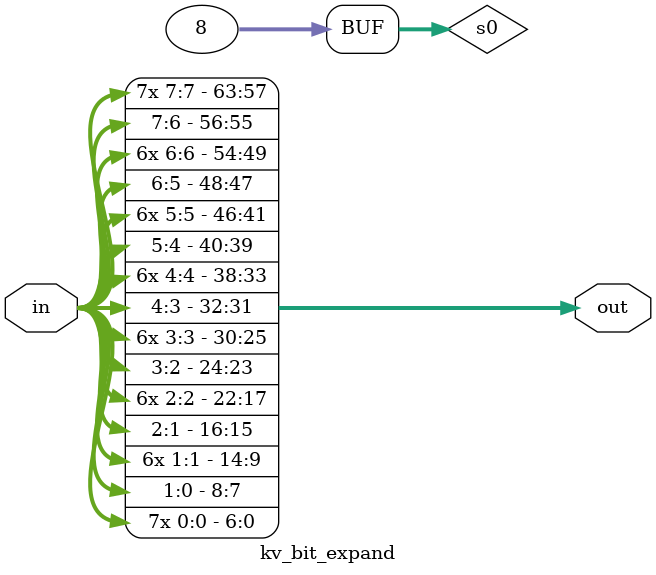
<source format=v>

module kv_bit_expand (
    out,
    in
);
parameter N = 8;
parameter M = 8;
output [(N * M) - 1:0] out;
input [N - 1:0] in;


integer s0;
reg [(N * M) - 1:0] out;
always @(in) begin
    for (s0 = 0; s0 < N; s0 = s0 + 1) begin
        out[s0 * M +:M] = {M{in[s0]}};
    end
end

endmodule


</source>
